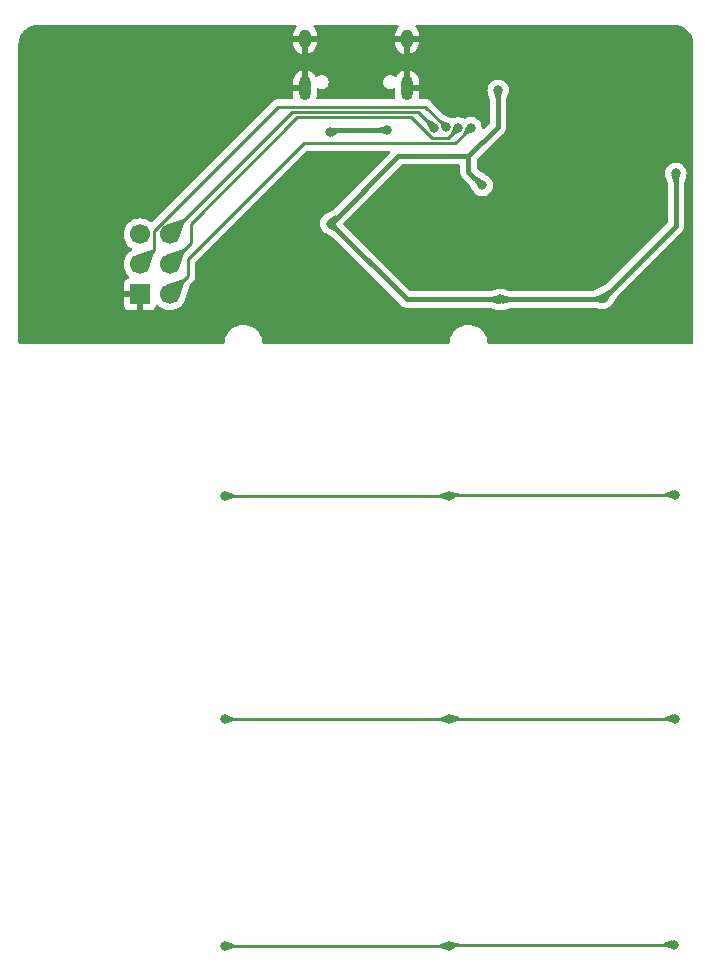
<source format=gtl>
G04 #@! TF.GenerationSoftware,KiCad,Pcbnew,(7.0.0)*
G04 #@! TF.CreationDate,2023-03-11T22:05:33-05:00*
G04 #@! TF.ProjectId,MacroPad,4d616372-6f50-4616-942e-6b696361645f,rev?*
G04 #@! TF.SameCoordinates,Original*
G04 #@! TF.FileFunction,Copper,L1,Top*
G04 #@! TF.FilePolarity,Positive*
%FSLAX46Y46*%
G04 Gerber Fmt 4.6, Leading zero omitted, Abs format (unit mm)*
G04 Created by KiCad (PCBNEW (7.0.0)) date 2023-03-11 22:05:33*
%MOMM*%
%LPD*%
G01*
G04 APERTURE LIST*
G04 #@! TA.AperFunction,ComponentPad*
%ADD10C,1.700000*%
G04 #@! TD*
G04 #@! TA.AperFunction,ComponentPad*
%ADD11R,1.700000X1.700000*%
G04 #@! TD*
G04 #@! TA.AperFunction,ComponentPad*
%ADD12O,1.000000X1.600000*%
G04 #@! TD*
G04 #@! TA.AperFunction,ComponentPad*
%ADD13O,1.000000X2.100000*%
G04 #@! TD*
G04 #@! TA.AperFunction,ViaPad*
%ADD14C,0.800000*%
G04 #@! TD*
G04 #@! TA.AperFunction,Conductor*
%ADD15C,0.381000*%
G04 #@! TD*
G04 #@! TA.AperFunction,Conductor*
%ADD16C,0.254000*%
G04 #@! TD*
G04 APERTURE END LIST*
D10*
X148539200Y-55829200D03*
X145999200Y-55829200D03*
X148539200Y-58369200D03*
X145999200Y-58369200D03*
X148539200Y-60909200D03*
D11*
X145999199Y-60909199D03*
D12*
X159986249Y-39289999D03*
D13*
X159986249Y-43469999D03*
D12*
X168626249Y-39289999D03*
D13*
X168626249Y-43469999D03*
D14*
X174498000Y-62738000D03*
X187960000Y-47117000D03*
X155956000Y-44069000D03*
X147320000Y-48006000D03*
X157226000Y-53086000D03*
X167894000Y-51435000D03*
X166751000Y-53594000D03*
X172720000Y-53721000D03*
X174498000Y-53975000D03*
X173228000Y-56515000D03*
X169037000Y-59182000D03*
X166878000Y-57023000D03*
X162433000Y-58674000D03*
X166624000Y-63881000D03*
X176149000Y-64008000D03*
X189865000Y-63754000D03*
X191897000Y-62103000D03*
X192024000Y-57023000D03*
X190119000Y-52832000D03*
X189865000Y-44958000D03*
X191389000Y-42164000D03*
X189357000Y-39243000D03*
X180721000Y-39243000D03*
X176022000Y-39243000D03*
X171323000Y-42799000D03*
X171450000Y-39243000D03*
X165862000Y-41148000D03*
X162814000Y-39497000D03*
X157099000Y-41402000D03*
X152908000Y-45085000D03*
X152527000Y-39751000D03*
X148590000Y-43434000D03*
X147701000Y-40132000D03*
X140335000Y-40640000D03*
X143383000Y-44196000D03*
X139192000Y-45339000D03*
X141859000Y-48895000D03*
X138303000Y-51562000D03*
X141605000Y-54356000D03*
X138049000Y-58420000D03*
X143129000Y-62103000D03*
X137668000Y-63373000D03*
X146939000Y-63881000D03*
X157353000Y-56769000D03*
X153416000Y-59309000D03*
X157861000Y-60325000D03*
X157861000Y-63119000D03*
X153289000Y-63246000D03*
X184023000Y-49657000D03*
X179959000Y-49911000D03*
X185801000Y-51435000D03*
X183896000Y-51435000D03*
X181864000Y-51435000D03*
X179959000Y-51562000D03*
X179959000Y-53721000D03*
X181737000Y-53721000D03*
X183896000Y-53721000D03*
X185674000Y-53721000D03*
X185674000Y-55372000D03*
X183896000Y-55372000D03*
X181864000Y-55372000D03*
X179959000Y-55372000D03*
X161544000Y-62357000D03*
X163957000Y-60198000D03*
X169418000Y-63627000D03*
X175006000Y-51689000D03*
X191389000Y-50673000D03*
X185293000Y-61214000D03*
X176530000Y-61341000D03*
X176345225Y-43619296D03*
X162178825Y-54916397D03*
X174040800Y-46786800D03*
X172961398Y-46799402D03*
X171952286Y-46781086D03*
X170953474Y-46818219D03*
X162102800Y-47193200D03*
X166928800Y-46990000D03*
X191312800Y-77876400D03*
X172212000Y-77978000D03*
X153212800Y-77978000D03*
X191312800Y-96824800D03*
X153212800Y-96875600D03*
X172212000Y-96875600D03*
X191211200Y-115976400D03*
X172212000Y-116078000D03*
X153212800Y-116078000D03*
D15*
X170307000Y-62738000D02*
X174498000Y-62738000D01*
X169418000Y-63627000D02*
X170307000Y-62738000D01*
D16*
X163703000Y-60198000D02*
X161544000Y-62357000D01*
X163957000Y-60198000D02*
X163703000Y-60198000D01*
X172720000Y-48107600D02*
X174040800Y-46786800D01*
D15*
X173831250Y-50514250D02*
X173831250Y-49212500D01*
X175006000Y-51689000D02*
X173831250Y-50514250D01*
X191389000Y-55118000D02*
X191389000Y-50673000D01*
X185293000Y-61214000D02*
X191389000Y-55118000D01*
X185166000Y-61341000D02*
X185293000Y-61214000D01*
X176530000Y-61341000D02*
X185166000Y-61341000D01*
X168603428Y-61341000D02*
X162178825Y-54916397D01*
X176530000Y-61341000D02*
X168603428Y-61341000D01*
X176345225Y-46698525D02*
X176345225Y-43619296D01*
X173831250Y-49212500D02*
X176212500Y-46831250D01*
X167882722Y-49212500D02*
X172243750Y-49212500D01*
X172243750Y-49212500D02*
X173831250Y-49212500D01*
X162178825Y-54916397D02*
X167882722Y-49212500D01*
X176212500Y-46831250D02*
X176345225Y-46698525D01*
D16*
X159315200Y-45916800D02*
X150317200Y-54914800D01*
X150317200Y-54914800D02*
X150317200Y-56591200D01*
X172110400Y-47650400D02*
X170738800Y-47650400D01*
X170738800Y-47650400D02*
X169005200Y-45916800D01*
X169005200Y-45916800D02*
X159315200Y-45916800D01*
X172961398Y-46799402D02*
X172110400Y-47650400D01*
X150317200Y-56591200D02*
X148539200Y-58369200D01*
X150063200Y-59385200D02*
X148539200Y-60909200D01*
X159867600Y-48107600D02*
X150063200Y-57912000D01*
X150063200Y-57912000D02*
X150063200Y-59385200D01*
X172720000Y-48107600D02*
X159867600Y-48107600D01*
X169598055Y-45462800D02*
X170953474Y-46818219D01*
X158905600Y-45462800D02*
X169598055Y-45462800D01*
X148539200Y-55829200D02*
X158905600Y-45462800D01*
X147176200Y-57192200D02*
X145999200Y-58369200D01*
X147176200Y-55527670D02*
X147176200Y-57192200D01*
X170180000Y-45008800D02*
X157695070Y-45008800D01*
X171952286Y-46781086D02*
X170180000Y-45008800D01*
X157695070Y-45008800D02*
X147176200Y-55527670D01*
D15*
X162306000Y-46990000D02*
X162102800Y-47193200D01*
X166928800Y-46990000D02*
X162306000Y-46990000D01*
D16*
X191312800Y-77876400D02*
X172313600Y-77876400D01*
X172313600Y-77876400D02*
X172212000Y-77978000D01*
X153212800Y-77978000D02*
X172212000Y-77978000D01*
X191312800Y-96824800D02*
X172262800Y-96824800D01*
X172262800Y-96824800D02*
X172212000Y-96875600D01*
X153212800Y-96875600D02*
X172212000Y-96875600D01*
X172313600Y-115976400D02*
X172212000Y-116078000D01*
X191211200Y-115976400D02*
X172313600Y-115976400D01*
X153212800Y-116078000D02*
X172212000Y-116078000D01*
G04 #@! TA.AperFunction,Conductor*
G36*
X159216981Y-38114302D02*
G01*
X159261178Y-38152635D01*
X159282881Y-38206965D01*
X159277258Y-38265199D01*
X159245560Y-38314373D01*
X159228136Y-38330935D01*
X159219987Y-38340427D01*
X159110984Y-38497036D01*
X159104915Y-38507970D01*
X159029668Y-38683318D01*
X159025925Y-38695247D01*
X158987515Y-38882152D01*
X158986250Y-38894598D01*
X158986250Y-39023674D01*
X158989700Y-39036549D01*
X159002576Y-39040000D01*
X160969924Y-39040000D01*
X160982799Y-39036549D01*
X160986250Y-39023674D01*
X160986250Y-38942430D01*
X160985932Y-38936164D01*
X160971466Y-38793915D01*
X160968948Y-38781664D01*
X160911830Y-38599614D01*
X160906894Y-38588110D01*
X160814295Y-38421279D01*
X160807152Y-38411017D01*
X160716372Y-38305270D01*
X160687660Y-38241722D01*
X160697783Y-38172729D01*
X160743539Y-38120107D01*
X160810458Y-38100500D01*
X167800127Y-38100500D01*
X167856981Y-38114302D01*
X167901178Y-38152635D01*
X167922881Y-38206965D01*
X167917258Y-38265199D01*
X167885560Y-38314373D01*
X167868136Y-38330935D01*
X167859987Y-38340427D01*
X167750984Y-38497036D01*
X167744915Y-38507970D01*
X167669668Y-38683318D01*
X167665925Y-38695247D01*
X167627515Y-38882152D01*
X167626250Y-38894598D01*
X167626250Y-39023674D01*
X167629700Y-39036549D01*
X167642576Y-39040000D01*
X169609924Y-39040000D01*
X169622799Y-39036549D01*
X169626250Y-39023674D01*
X169626250Y-38942430D01*
X169625932Y-38936164D01*
X169611466Y-38793915D01*
X169608948Y-38781664D01*
X169551830Y-38599614D01*
X169546894Y-38588110D01*
X169454295Y-38421279D01*
X169447152Y-38411017D01*
X169356372Y-38305270D01*
X169327660Y-38241722D01*
X169337783Y-38172729D01*
X169383539Y-38120107D01*
X169450458Y-38100500D01*
X191289318Y-38100500D01*
X191298165Y-38100815D01*
X191363455Y-38105487D01*
X191363903Y-38105521D01*
X191519244Y-38117747D01*
X191535842Y-38120193D01*
X191630110Y-38140703D01*
X191632477Y-38141245D01*
X191752090Y-38169961D01*
X191766456Y-38174347D01*
X191862644Y-38210226D01*
X191866688Y-38211818D01*
X191974471Y-38256463D01*
X191986410Y-38262175D01*
X192078679Y-38312560D01*
X192083974Y-38315625D01*
X192161858Y-38363353D01*
X192181384Y-38375319D01*
X192190905Y-38381780D01*
X192275909Y-38445415D01*
X192282128Y-38450391D01*
X192368216Y-38523917D01*
X192375359Y-38530518D01*
X192450769Y-38605931D01*
X192457332Y-38613032D01*
X192530768Y-38699014D01*
X192535746Y-38705237D01*
X192599542Y-38790462D01*
X192606000Y-38799979D01*
X192646464Y-38866009D01*
X192663983Y-38894598D01*
X192665406Y-38896919D01*
X192668501Y-38902265D01*
X192719150Y-38995024D01*
X192724872Y-39006985D01*
X192769108Y-39113781D01*
X192770729Y-39117901D01*
X192806960Y-39215043D01*
X192811352Y-39229428D01*
X192839566Y-39346948D01*
X192840158Y-39349538D01*
X192861075Y-39445695D01*
X192863527Y-39462322D01*
X192875190Y-39610504D01*
X192875256Y-39611387D01*
X192880434Y-39683781D01*
X192880750Y-39692628D01*
X192880750Y-64963500D01*
X192864137Y-65025500D01*
X192818750Y-65070887D01*
X192756750Y-65087500D01*
X175555336Y-65087500D01*
X175496168Y-65072473D01*
X175451341Y-65031035D01*
X175431718Y-64973229D01*
X175429238Y-64941731D01*
X175420896Y-64835725D01*
X175361938Y-64590149D01*
X175265290Y-64356820D01*
X175133331Y-64141483D01*
X174969311Y-63949439D01*
X174777267Y-63785419D01*
X174773115Y-63782874D01*
X174773110Y-63782871D01*
X174566088Y-63656008D01*
X174566087Y-63656007D01*
X174561930Y-63653460D01*
X174328601Y-63556812D01*
X174323872Y-63555676D01*
X174323864Y-63555674D01*
X174087758Y-63498990D01*
X174087754Y-63498989D01*
X174083025Y-63497854D01*
X174078174Y-63497472D01*
X174078173Y-63497472D01*
X173896720Y-63483191D01*
X173896705Y-63483190D01*
X173894286Y-63483000D01*
X173768214Y-63483000D01*
X173765795Y-63483190D01*
X173765779Y-63483191D01*
X173584326Y-63497472D01*
X173584323Y-63497472D01*
X173579475Y-63497854D01*
X173574747Y-63498988D01*
X173574741Y-63498990D01*
X173338635Y-63555674D01*
X173338623Y-63555677D01*
X173333899Y-63556812D01*
X173329402Y-63558674D01*
X173329398Y-63558676D01*
X173105074Y-63651594D01*
X173105069Y-63651596D01*
X173100570Y-63653460D01*
X173096417Y-63656004D01*
X173096411Y-63656008D01*
X172889389Y-63782871D01*
X172889378Y-63782878D01*
X172885233Y-63785419D01*
X172881536Y-63788576D01*
X172881527Y-63788583D01*
X172696889Y-63946278D01*
X172696882Y-63946284D01*
X172693189Y-63949439D01*
X172690034Y-63953132D01*
X172690028Y-63953139D01*
X172532333Y-64137777D01*
X172532326Y-64137786D01*
X172529169Y-64141483D01*
X172526628Y-64145628D01*
X172526621Y-64145639D01*
X172399758Y-64352661D01*
X172399754Y-64352667D01*
X172397210Y-64356820D01*
X172300562Y-64590149D01*
X172299427Y-64594873D01*
X172299424Y-64594885D01*
X172242740Y-64830991D01*
X172242738Y-64830997D01*
X172241604Y-64835725D01*
X172241222Y-64840575D01*
X172241222Y-64840577D01*
X172230782Y-64973229D01*
X172211159Y-65031035D01*
X172166332Y-65072473D01*
X172107164Y-65087500D01*
X156505336Y-65087500D01*
X156446168Y-65072473D01*
X156401341Y-65031035D01*
X156381718Y-64973229D01*
X156379238Y-64941731D01*
X156370896Y-64835725D01*
X156311938Y-64590149D01*
X156215290Y-64356820D01*
X156083331Y-64141483D01*
X155919311Y-63949439D01*
X155727267Y-63785419D01*
X155723115Y-63782874D01*
X155723110Y-63782871D01*
X155516088Y-63656008D01*
X155516087Y-63656007D01*
X155511930Y-63653460D01*
X155278601Y-63556812D01*
X155273872Y-63555676D01*
X155273864Y-63555674D01*
X155037758Y-63498990D01*
X155037754Y-63498989D01*
X155033025Y-63497854D01*
X155028174Y-63497472D01*
X155028173Y-63497472D01*
X154846720Y-63483191D01*
X154846705Y-63483190D01*
X154844286Y-63483000D01*
X154718214Y-63483000D01*
X154715795Y-63483190D01*
X154715779Y-63483191D01*
X154534326Y-63497472D01*
X154534323Y-63497472D01*
X154529475Y-63497854D01*
X154524747Y-63498988D01*
X154524741Y-63498990D01*
X154288635Y-63555674D01*
X154288623Y-63555677D01*
X154283899Y-63556812D01*
X154279402Y-63558674D01*
X154279398Y-63558676D01*
X154055074Y-63651594D01*
X154055069Y-63651596D01*
X154050570Y-63653460D01*
X154046417Y-63656004D01*
X154046411Y-63656008D01*
X153839389Y-63782871D01*
X153839378Y-63782878D01*
X153835233Y-63785419D01*
X153831536Y-63788576D01*
X153831527Y-63788583D01*
X153646889Y-63946278D01*
X153646882Y-63946284D01*
X153643189Y-63949439D01*
X153640034Y-63953132D01*
X153640028Y-63953139D01*
X153482333Y-64137777D01*
X153482326Y-64137786D01*
X153479169Y-64141483D01*
X153476628Y-64145628D01*
X153476621Y-64145639D01*
X153349758Y-64352661D01*
X153349754Y-64352667D01*
X153347210Y-64356820D01*
X153250562Y-64590149D01*
X153249427Y-64594873D01*
X153249424Y-64594885D01*
X153192740Y-64830991D01*
X153192738Y-64830997D01*
X153191604Y-64835725D01*
X153191222Y-64840575D01*
X153191222Y-64840577D01*
X153180782Y-64973229D01*
X153161159Y-65031035D01*
X153116332Y-65072473D01*
X153057164Y-65087500D01*
X135855750Y-65087500D01*
X135793750Y-65070887D01*
X135748363Y-65025500D01*
X135731750Y-64963500D01*
X135731750Y-61803718D01*
X144649200Y-61803718D01*
X144649553Y-61810314D01*
X144654773Y-61858867D01*
X144658311Y-61873841D01*
X144702747Y-61992977D01*
X144711162Y-62008389D01*
X144786698Y-62109292D01*
X144799107Y-62121701D01*
X144900010Y-62197237D01*
X144915422Y-62205652D01*
X145034558Y-62250088D01*
X145049532Y-62253626D01*
X145098085Y-62258846D01*
X145104682Y-62259200D01*
X145732874Y-62259200D01*
X145745749Y-62255749D01*
X145749200Y-62242874D01*
X145749200Y-61175526D01*
X145745749Y-61162650D01*
X145732874Y-61159200D01*
X144665526Y-61159200D01*
X144652650Y-61162650D01*
X144649200Y-61175526D01*
X144649200Y-61803718D01*
X135731750Y-61803718D01*
X135731750Y-58369200D01*
X144643541Y-58369200D01*
X144664137Y-58604608D01*
X144665536Y-58609830D01*
X144665537Y-58609834D01*
X144723894Y-58827630D01*
X144723897Y-58827638D01*
X144725297Y-58832863D01*
X144727585Y-58837770D01*
X144727586Y-58837772D01*
X144822878Y-59042127D01*
X144822881Y-59042133D01*
X144825165Y-59047030D01*
X144828264Y-59051457D01*
X144828266Y-59051459D01*
X144957599Y-59236166D01*
X144957602Y-59236170D01*
X144960705Y-59240601D01*
X144964536Y-59244432D01*
X145083018Y-59362914D01*
X145114314Y-59415660D01*
X145116503Y-59476953D01*
X145089050Y-59531797D01*
X145038671Y-59566776D01*
X144915426Y-59612744D01*
X144900010Y-59621162D01*
X144799107Y-59696698D01*
X144786698Y-59709107D01*
X144711162Y-59810010D01*
X144702747Y-59825422D01*
X144658311Y-59944558D01*
X144654773Y-59959532D01*
X144649553Y-60008085D01*
X144649200Y-60014682D01*
X144649200Y-60642874D01*
X144652650Y-60655749D01*
X144665526Y-60659200D01*
X146125200Y-60659200D01*
X146187200Y-60675813D01*
X146232587Y-60721200D01*
X146249200Y-60783200D01*
X146249200Y-62242874D01*
X146252650Y-62255749D01*
X146265526Y-62259200D01*
X146893718Y-62259200D01*
X146900314Y-62258846D01*
X146948867Y-62253626D01*
X146963841Y-62250088D01*
X147082977Y-62205652D01*
X147098389Y-62197237D01*
X147199292Y-62121701D01*
X147211701Y-62109292D01*
X147287237Y-62008389D01*
X147295652Y-61992977D01*
X147341622Y-61869729D01*
X147376601Y-61819349D01*
X147431446Y-61791896D01*
X147492739Y-61794085D01*
X147545485Y-61825381D01*
X147667799Y-61947695D01*
X147672231Y-61950798D01*
X147672233Y-61950800D01*
X147767849Y-62017751D01*
X147861370Y-62083235D01*
X148075537Y-62183103D01*
X148303792Y-62244263D01*
X148539200Y-62264859D01*
X148774608Y-62244263D01*
X149002863Y-62183103D01*
X149217030Y-62083235D01*
X149410601Y-61947695D01*
X149577695Y-61780601D01*
X149713235Y-61587030D01*
X149797278Y-61406797D01*
X149799314Y-61402637D01*
X149805361Y-61390855D01*
X149806764Y-61386873D01*
X149808382Y-61383115D01*
X149809905Y-61379720D01*
X149813103Y-61372863D01*
X149816314Y-61360873D01*
X149819131Y-61351774D01*
X150264184Y-60088828D01*
X150293451Y-60042366D01*
X150451734Y-59884083D01*
X150459948Y-59876609D01*
X150466362Y-59872540D01*
X150512585Y-59823316D01*
X150515201Y-59820616D01*
X150534823Y-59800996D01*
X150537286Y-59797819D01*
X150544884Y-59788920D01*
X150574893Y-59756967D01*
X150584592Y-59739322D01*
X150595271Y-59723064D01*
X150607608Y-59707162D01*
X150625017Y-59666928D01*
X150630147Y-59656457D01*
X150651272Y-59618034D01*
X150656281Y-59598522D01*
X150662577Y-59580135D01*
X150670573Y-59561659D01*
X150677429Y-59518364D01*
X150679796Y-59506937D01*
X150690700Y-59464472D01*
X150690700Y-59444335D01*
X150692227Y-59424938D01*
X150693696Y-59415660D01*
X150695374Y-59405067D01*
X150691250Y-59361439D01*
X150690700Y-59349770D01*
X150690700Y-58223281D01*
X150700139Y-58175828D01*
X150727019Y-58135600D01*
X160091200Y-48771419D01*
X160131428Y-48744539D01*
X160178881Y-48735100D01*
X167083537Y-48735100D01*
X167139832Y-48748615D01*
X167183855Y-48786215D01*
X167206010Y-48839702D01*
X167201468Y-48897418D01*
X167171218Y-48946781D01*
X162329139Y-53788859D01*
X162302574Y-53809071D01*
X161788025Y-54100538D01*
X161788013Y-54100545D01*
X161785583Y-54101922D01*
X161783291Y-54103509D01*
X161783274Y-54103520D01*
X161779612Y-54106057D01*
X161759462Y-54117388D01*
X161732037Y-54129599D01*
X161732027Y-54129604D01*
X161726095Y-54132246D01*
X161720837Y-54136065D01*
X161720832Y-54136069D01*
X161578213Y-54239687D01*
X161578206Y-54239692D01*
X161572954Y-54243509D01*
X161568609Y-54248334D01*
X161568604Y-54248339D01*
X161450638Y-54379353D01*
X161450633Y-54379359D01*
X161446292Y-54384181D01*
X161443047Y-54389801D01*
X161443043Y-54389807D01*
X161354894Y-54542486D01*
X161354891Y-54542491D01*
X161351646Y-54548113D01*
X161349640Y-54554285D01*
X161349638Y-54554291D01*
X161295158Y-54721961D01*
X161295156Y-54721970D01*
X161293151Y-54728141D01*
X161292473Y-54734591D01*
X161292471Y-54734601D01*
X161284275Y-54812591D01*
X161273365Y-54916397D01*
X161274044Y-54922857D01*
X161292471Y-55098192D01*
X161292472Y-55098200D01*
X161293151Y-55104653D01*
X161295156Y-55110825D01*
X161295158Y-55110832D01*
X161349194Y-55277136D01*
X161351646Y-55284681D01*
X161354893Y-55290305D01*
X161354894Y-55290307D01*
X161438126Y-55434470D01*
X161446292Y-55448613D01*
X161450636Y-55453438D01*
X161450638Y-55453440D01*
X161472847Y-55478105D01*
X161572954Y-55589285D01*
X161726095Y-55700548D01*
X161759469Y-55715407D01*
X161779634Y-55726749D01*
X161785586Y-55730872D01*
X162161904Y-55944037D01*
X162302569Y-56023716D01*
X162329134Y-56043928D01*
X168097400Y-61812193D01*
X168102534Y-61817647D01*
X168141845Y-61862020D01*
X168148017Y-61866280D01*
X168148018Y-61866281D01*
X168158971Y-61873841D01*
X168190647Y-61895705D01*
X168196666Y-61900134D01*
X168243323Y-61936688D01*
X168252278Y-61940718D01*
X168252291Y-61940724D01*
X168271837Y-61951747D01*
X168279946Y-61957344D01*
X168335366Y-61978362D01*
X168342282Y-61981227D01*
X168368390Y-61992977D01*
X168396344Y-62005558D01*
X168406022Y-62007331D01*
X168427654Y-62013361D01*
X168436846Y-62016848D01*
X168495702Y-62023994D01*
X168503064Y-62025114D01*
X168561400Y-62035805D01*
X168620566Y-62032226D01*
X168628054Y-62032000D01*
X175626432Y-62032000D01*
X175659507Y-62036492D01*
X176228441Y-62193958D01*
X176240327Y-62198223D01*
X176244261Y-62199501D01*
X176250197Y-62202144D01*
X176435354Y-62241500D01*
X176618143Y-62241500D01*
X176624646Y-62241500D01*
X176809803Y-62202144D01*
X176815744Y-62199498D01*
X176819673Y-62198222D01*
X176831558Y-62193958D01*
X177400492Y-62036492D01*
X177433568Y-62032000D01*
X184446561Y-62032000D01*
X184470906Y-62034412D01*
X184475197Y-62035272D01*
X185171045Y-62109370D01*
X185183672Y-62111379D01*
X185198354Y-62114500D01*
X185212629Y-62114500D01*
X185217938Y-62114781D01*
X185217943Y-62114668D01*
X185222265Y-62114824D01*
X185226567Y-62115283D01*
X185247932Y-62114568D01*
X185252074Y-62114500D01*
X185381143Y-62114500D01*
X185387646Y-62114500D01*
X185572803Y-62075144D01*
X185745730Y-61998151D01*
X185898871Y-61886888D01*
X186025533Y-61746216D01*
X186094691Y-61626430D01*
X186100140Y-61617829D01*
X186105879Y-61609542D01*
X186107476Y-61607237D01*
X186400319Y-61090254D01*
X186420526Y-61063694D01*
X191860208Y-55624011D01*
X191865628Y-55618909D01*
X191910020Y-55579583D01*
X191943714Y-55530765D01*
X191948125Y-55524772D01*
X191984688Y-55478105D01*
X191988723Y-55469137D01*
X191999752Y-55449582D01*
X192005344Y-55441482D01*
X192026374Y-55386028D01*
X192029218Y-55379161D01*
X192053557Y-55325085D01*
X192055330Y-55315408D01*
X192061357Y-55293785D01*
X192064848Y-55284582D01*
X192071993Y-55225730D01*
X192073119Y-55218335D01*
X192080396Y-55178628D01*
X192083805Y-55160028D01*
X192080226Y-55100861D01*
X192080000Y-55093374D01*
X192080000Y-51576568D01*
X192084493Y-51543492D01*
X192085823Y-51538686D01*
X192242982Y-50970859D01*
X192246456Y-50951726D01*
X192250530Y-50935561D01*
X192254299Y-50923961D01*
X192274674Y-50861256D01*
X192294460Y-50673000D01*
X192274674Y-50484744D01*
X192216179Y-50304716D01*
X192121533Y-50140784D01*
X191994871Y-50000112D01*
X191989613Y-49996292D01*
X191989611Y-49996290D01*
X191846988Y-49892669D01*
X191846987Y-49892668D01*
X191841730Y-49888849D01*
X191835792Y-49886205D01*
X191674745Y-49814501D01*
X191674740Y-49814499D01*
X191668803Y-49811856D01*
X191662444Y-49810504D01*
X191662440Y-49810503D01*
X191490008Y-49773852D01*
X191490005Y-49773851D01*
X191483646Y-49772500D01*
X191294354Y-49772500D01*
X191287995Y-49773851D01*
X191287991Y-49773852D01*
X191115559Y-49810503D01*
X191115552Y-49810505D01*
X191109197Y-49811856D01*
X191103262Y-49814498D01*
X191103254Y-49814501D01*
X190942207Y-49886205D01*
X190942202Y-49886207D01*
X190936270Y-49888849D01*
X190931016Y-49892665D01*
X190931011Y-49892669D01*
X190788388Y-49996290D01*
X190788381Y-49996295D01*
X190783129Y-50000112D01*
X190778784Y-50004937D01*
X190778779Y-50004942D01*
X190660813Y-50135956D01*
X190660808Y-50135962D01*
X190656467Y-50140784D01*
X190653222Y-50146404D01*
X190653218Y-50146410D01*
X190565069Y-50299089D01*
X190565066Y-50299094D01*
X190561821Y-50304716D01*
X190559815Y-50310888D01*
X190559813Y-50310894D01*
X190505333Y-50478564D01*
X190505331Y-50478573D01*
X190503326Y-50484744D01*
X190502648Y-50491194D01*
X190502646Y-50491204D01*
X190489292Y-50618269D01*
X190483540Y-50673000D01*
X190484219Y-50679460D01*
X190502646Y-50854792D01*
X190502647Y-50854797D01*
X190503326Y-50861256D01*
X190505335Y-50867439D01*
X190527465Y-50935551D01*
X190531537Y-50951706D01*
X190534513Y-50968089D01*
X190534516Y-50968103D01*
X190535017Y-50970860D01*
X190535764Y-50973560D01*
X190535765Y-50973563D01*
X190693507Y-51543494D01*
X190698000Y-51576570D01*
X190698000Y-54780417D01*
X190688561Y-54827870D01*
X190661681Y-54868098D01*
X185443314Y-60086462D01*
X185416749Y-60106674D01*
X184906640Y-60395625D01*
X184900293Y-60398981D01*
X184416318Y-60637249D01*
X184361549Y-60650000D01*
X177433570Y-60650000D01*
X177400494Y-60645507D01*
X177180365Y-60584581D01*
X176831557Y-60488040D01*
X176819675Y-60483777D01*
X176815737Y-60482497D01*
X176809803Y-60479856D01*
X176772077Y-60471837D01*
X176631008Y-60441852D01*
X176631005Y-60441851D01*
X176624646Y-60440500D01*
X176435354Y-60440500D01*
X176428995Y-60441851D01*
X176428991Y-60441852D01*
X176256557Y-60478504D01*
X176256555Y-60478504D01*
X176250197Y-60479856D01*
X176244260Y-60482499D01*
X176240345Y-60483771D01*
X176228443Y-60488039D01*
X175774495Y-60613681D01*
X175659505Y-60645507D01*
X175626430Y-60650000D01*
X168941011Y-60650000D01*
X168893558Y-60640561D01*
X168853330Y-60613681D01*
X163306356Y-55066706D01*
X163286144Y-55040141D01*
X163250668Y-54977512D01*
X163234561Y-54916396D01*
X163250668Y-54855281D01*
X163286143Y-54792653D01*
X163306351Y-54766091D01*
X168132624Y-49939819D01*
X168172853Y-49912939D01*
X168220306Y-49903500D01*
X172201954Y-49903500D01*
X172285546Y-49903500D01*
X173016250Y-49903500D01*
X173078250Y-49920113D01*
X173123637Y-49965500D01*
X173140250Y-50027500D01*
X173140250Y-50489624D01*
X173140024Y-50497111D01*
X173136897Y-50548790D01*
X173136897Y-50548797D01*
X173136445Y-50556278D01*
X173137796Y-50563654D01*
X173137797Y-50563658D01*
X173147129Y-50614583D01*
X173148256Y-50621985D01*
X173154497Y-50673386D01*
X173154498Y-50673392D01*
X173155402Y-50680832D01*
X173158062Y-50687847D01*
X173158063Y-50687850D01*
X173158895Y-50690045D01*
X173164915Y-50711639D01*
X173165339Y-50713953D01*
X173165341Y-50713960D01*
X173166693Y-50721335D01*
X173169769Y-50728169D01*
X173169770Y-50728173D01*
X173191022Y-50775393D01*
X173193874Y-50782277D01*
X173214906Y-50837732D01*
X173219163Y-50843899D01*
X173219166Y-50843905D01*
X173220500Y-50845837D01*
X173231521Y-50865377D01*
X173235562Y-50874355D01*
X173240184Y-50880255D01*
X173240185Y-50880256D01*
X173272113Y-50921009D01*
X173276552Y-50927042D01*
X173305966Y-50969657D01*
X173305970Y-50969662D01*
X173310230Y-50975833D01*
X173315842Y-50980804D01*
X173315844Y-50980807D01*
X173354601Y-51015142D01*
X173360055Y-51020277D01*
X173878464Y-51538686D01*
X173898676Y-51565251D01*
X174071751Y-51870795D01*
X174191524Y-52082239D01*
X174193115Y-52084536D01*
X174198867Y-52092841D01*
X174204315Y-52101442D01*
X174270218Y-52215589D01*
X174273467Y-52221216D01*
X174400129Y-52361888D01*
X174553270Y-52473151D01*
X174726197Y-52550144D01*
X174911354Y-52589500D01*
X175094143Y-52589500D01*
X175100646Y-52589500D01*
X175285803Y-52550144D01*
X175458730Y-52473151D01*
X175611871Y-52361888D01*
X175738533Y-52221216D01*
X175833179Y-52057284D01*
X175891674Y-51877256D01*
X175911460Y-51689000D01*
X175891674Y-51500744D01*
X175833179Y-51320716D01*
X175738533Y-51156784D01*
X175611871Y-51016112D01*
X175606613Y-51012292D01*
X175606611Y-51012290D01*
X175463988Y-50908669D01*
X175463987Y-50908668D01*
X175458730Y-50904849D01*
X175452796Y-50902206D01*
X175452791Y-50902204D01*
X175425364Y-50889992D01*
X175405208Y-50878657D01*
X175401546Y-50876121D01*
X175401533Y-50876112D01*
X175399239Y-50874524D01*
X175032068Y-50666540D01*
X174882251Y-50581676D01*
X174855686Y-50561464D01*
X174558569Y-50264347D01*
X174531689Y-50224119D01*
X174522250Y-50176666D01*
X174522250Y-49550084D01*
X174531689Y-49502631D01*
X174558569Y-49462403D01*
X175604074Y-48416898D01*
X176730665Y-47290307D01*
X176730664Y-47290307D01*
X176816442Y-47204528D01*
X176821862Y-47199426D01*
X176866245Y-47160108D01*
X176899929Y-47111307D01*
X176904356Y-47105292D01*
X176936285Y-47064538D01*
X176936284Y-47064538D01*
X176940913Y-47058631D01*
X176944951Y-47049657D01*
X176955983Y-47030098D01*
X176961569Y-47022007D01*
X176982602Y-46966545D01*
X176985454Y-46959663D01*
X177009782Y-46905610D01*
X177011555Y-46895933D01*
X177017582Y-46874310D01*
X177021073Y-46865107D01*
X177028218Y-46806257D01*
X177029344Y-46798864D01*
X177038677Y-46747937D01*
X177038677Y-46747936D01*
X177040030Y-46740554D01*
X177036451Y-46681387D01*
X177036225Y-46673900D01*
X177036225Y-44522864D01*
X177040718Y-44489788D01*
X177050472Y-44454547D01*
X177199207Y-43917155D01*
X177202681Y-43898022D01*
X177206755Y-43881857D01*
X177206758Y-43881847D01*
X177230899Y-43807552D01*
X177250685Y-43619296D01*
X177232818Y-43449301D01*
X177231578Y-43437500D01*
X177231577Y-43437499D01*
X177230899Y-43431040D01*
X177172404Y-43251012D01*
X177077758Y-43087080D01*
X176951096Y-42946408D01*
X176945838Y-42942588D01*
X176945836Y-42942586D01*
X176803213Y-42838965D01*
X176803212Y-42838964D01*
X176797955Y-42835145D01*
X176792017Y-42832501D01*
X176630970Y-42760797D01*
X176630965Y-42760795D01*
X176625028Y-42758152D01*
X176618669Y-42756800D01*
X176618665Y-42756799D01*
X176446233Y-42720148D01*
X176446230Y-42720147D01*
X176439871Y-42718796D01*
X176250579Y-42718796D01*
X176244220Y-42720147D01*
X176244216Y-42720148D01*
X176071784Y-42756799D01*
X176071777Y-42756801D01*
X176065422Y-42758152D01*
X176059487Y-42760794D01*
X176059479Y-42760797D01*
X175898432Y-42832501D01*
X175898427Y-42832503D01*
X175892495Y-42835145D01*
X175887241Y-42838961D01*
X175887236Y-42838965D01*
X175744613Y-42942586D01*
X175744606Y-42942591D01*
X175739354Y-42946408D01*
X175735009Y-42951233D01*
X175735004Y-42951238D01*
X175617038Y-43082252D01*
X175617033Y-43082258D01*
X175612692Y-43087080D01*
X175609447Y-43092700D01*
X175609443Y-43092706D01*
X175521294Y-43245385D01*
X175521291Y-43245390D01*
X175518046Y-43251012D01*
X175516040Y-43257184D01*
X175516038Y-43257190D01*
X175461558Y-43424860D01*
X175461556Y-43424869D01*
X175459551Y-43431040D01*
X175458873Y-43437490D01*
X175458871Y-43437500D01*
X175444451Y-43574713D01*
X175439765Y-43619296D01*
X175440444Y-43625756D01*
X175458871Y-43801088D01*
X175458872Y-43801093D01*
X175459551Y-43807552D01*
X175461560Y-43813735D01*
X175483690Y-43881847D01*
X175487762Y-43898002D01*
X175490738Y-43914385D01*
X175490741Y-43914399D01*
X175491242Y-43917156D01*
X175491989Y-43919856D01*
X175491990Y-43919859D01*
X175649732Y-44489790D01*
X175654225Y-44522866D01*
X175654225Y-46360941D01*
X175644786Y-46408394D01*
X175617906Y-46448622D01*
X175154698Y-46911828D01*
X175102856Y-46942855D01*
X175042506Y-46945700D01*
X174987974Y-46919689D01*
X174952208Y-46870996D01*
X174943697Y-46811183D01*
X174946260Y-46786800D01*
X174926474Y-46598544D01*
X174867979Y-46418516D01*
X174773333Y-46254584D01*
X174646671Y-46113912D01*
X174641413Y-46110092D01*
X174641411Y-46110090D01*
X174498788Y-46006469D01*
X174498787Y-46006468D01*
X174493530Y-46002649D01*
X174487592Y-46000005D01*
X174326545Y-45928301D01*
X174326540Y-45928299D01*
X174320603Y-45925656D01*
X174314244Y-45924304D01*
X174314240Y-45924303D01*
X174141808Y-45887652D01*
X174141805Y-45887651D01*
X174135446Y-45886300D01*
X173946154Y-45886300D01*
X173939795Y-45887651D01*
X173939791Y-45887652D01*
X173767359Y-45924303D01*
X173767352Y-45924305D01*
X173760997Y-45925656D01*
X173755062Y-45928298D01*
X173755054Y-45928301D01*
X173594010Y-46000004D01*
X173594007Y-46000005D01*
X173588070Y-46002649D01*
X173582815Y-46006466D01*
X173582806Y-46006472D01*
X173565308Y-46019185D01*
X173518203Y-46040156D01*
X173466641Y-46040155D01*
X173425337Y-46021763D01*
X173425016Y-46022321D01*
X173419708Y-46019256D01*
X173419538Y-46019181D01*
X173419387Y-46019071D01*
X173419381Y-46019067D01*
X173414128Y-46015251D01*
X173319461Y-45973102D01*
X173247143Y-45940903D01*
X173247138Y-45940901D01*
X173241201Y-45938258D01*
X173234842Y-45936906D01*
X173234838Y-45936905D01*
X173062406Y-45900254D01*
X173062403Y-45900253D01*
X173056044Y-45898902D01*
X172866752Y-45898902D01*
X172860393Y-45900253D01*
X172860389Y-45900254D01*
X172687957Y-45936905D01*
X172687950Y-45936907D01*
X172681595Y-45938258D01*
X172525006Y-46007976D01*
X172468081Y-46018526D01*
X172412569Y-46002081D01*
X172410278Y-46000758D01*
X172405016Y-45996935D01*
X172351488Y-45973102D01*
X172340037Y-45967274D01*
X172306875Y-45948174D01*
X172306871Y-45948172D01*
X172304293Y-45946687D01*
X172301591Y-45945458D01*
X172301586Y-45945456D01*
X171776538Y-45706758D01*
X171740176Y-45681557D01*
X170678893Y-44620274D01*
X170671406Y-44612045D01*
X170667340Y-44605638D01*
X170646438Y-44586010D01*
X170618152Y-44559447D01*
X170615355Y-44556736D01*
X170598558Y-44539939D01*
X170595796Y-44537177D01*
X170592714Y-44534787D01*
X170592710Y-44534783D01*
X170592604Y-44534701D01*
X170583716Y-44527110D01*
X170579195Y-44522864D01*
X170551767Y-44497107D01*
X170544932Y-44493349D01*
X170544930Y-44493348D01*
X170534119Y-44487404D01*
X170517860Y-44476723D01*
X170508130Y-44469176D01*
X170508127Y-44469174D01*
X170501962Y-44464392D01*
X170494804Y-44461294D01*
X170494800Y-44461292D01*
X170461736Y-44446984D01*
X170451247Y-44441845D01*
X170419672Y-44424486D01*
X170419663Y-44424482D01*
X170412834Y-44420728D01*
X170393337Y-44415721D01*
X170374931Y-44409420D01*
X170363616Y-44404523D01*
X170363612Y-44404521D01*
X170356458Y-44401426D01*
X170348753Y-44400205D01*
X170348751Y-44400205D01*
X170313172Y-44394570D01*
X170301734Y-44392202D01*
X170266829Y-44383240D01*
X170266827Y-44383239D01*
X170259272Y-44381300D01*
X170251468Y-44381300D01*
X170239141Y-44381300D01*
X170219743Y-44379773D01*
X170207576Y-44377846D01*
X170199867Y-44376625D01*
X170192101Y-44377359D01*
X170192099Y-44377359D01*
X170156231Y-44380750D01*
X170144561Y-44381300D01*
X169724973Y-44381300D01*
X169671779Y-44369311D01*
X169628871Y-44335661D01*
X169604547Y-44286858D01*
X169603511Y-44232339D01*
X169624984Y-44127847D01*
X169626250Y-44115402D01*
X169626250Y-43736326D01*
X169622799Y-43723450D01*
X169609924Y-43720000D01*
X168500250Y-43720000D01*
X168438250Y-43703387D01*
X168392863Y-43658000D01*
X168376250Y-43596000D01*
X168376250Y-43203674D01*
X168876250Y-43203674D01*
X168879700Y-43216549D01*
X168892576Y-43220000D01*
X169609924Y-43220000D01*
X169622799Y-43216549D01*
X169626250Y-43203674D01*
X169626250Y-42872430D01*
X169625932Y-42866164D01*
X169611466Y-42723915D01*
X169608948Y-42711664D01*
X169551830Y-42529614D01*
X169546894Y-42518110D01*
X169454295Y-42351279D01*
X169447152Y-42341017D01*
X169322870Y-42196245D01*
X169313791Y-42187614D01*
X169162920Y-42070832D01*
X169152292Y-42064207D01*
X168980993Y-41980182D01*
X168969252Y-41975834D01*
X168889996Y-41955313D01*
X168878785Y-41955028D01*
X168876250Y-41965954D01*
X168876250Y-43203674D01*
X168376250Y-43203674D01*
X168376250Y-41960038D01*
X168373912Y-41949354D01*
X168368747Y-41949026D01*
X168368409Y-41949114D01*
X168189489Y-42015378D01*
X168178243Y-42020894D01*
X168016323Y-42121819D01*
X168006429Y-42129478D01*
X167868135Y-42260936D01*
X167859987Y-42270427D01*
X167750984Y-42427036D01*
X167741861Y-42443473D01*
X167740800Y-42442884D01*
X167712547Y-42481392D01*
X167663013Y-42507360D01*
X167607107Y-42508921D01*
X167556204Y-42485759D01*
X167488500Y-42433808D01*
X167472151Y-42427036D01*
X167355039Y-42378526D01*
X167355036Y-42378525D01*
X167347530Y-42375416D01*
X167339476Y-42374355D01*
X167339470Y-42374354D01*
X167238250Y-42361029D01*
X167238246Y-42361028D01*
X167234230Y-42360500D01*
X167158270Y-42360500D01*
X167154254Y-42361028D01*
X167154249Y-42361029D01*
X167053029Y-42374354D01*
X167053021Y-42374356D01*
X167044970Y-42375416D01*
X167037465Y-42378524D01*
X167037460Y-42378526D01*
X166911507Y-42430698D01*
X166911504Y-42430699D01*
X166904000Y-42433808D01*
X166897555Y-42438752D01*
X166897552Y-42438755D01*
X166789392Y-42521749D01*
X166789388Y-42521752D01*
X166782946Y-42526696D01*
X166778002Y-42533138D01*
X166777999Y-42533142D01*
X166695005Y-42641302D01*
X166695002Y-42641305D01*
X166690058Y-42647750D01*
X166686949Y-42655254D01*
X166686948Y-42655257D01*
X166634776Y-42781210D01*
X166634774Y-42781215D01*
X166631666Y-42788720D01*
X166630606Y-42796771D01*
X166630604Y-42796779D01*
X166613366Y-42927722D01*
X166611750Y-42940000D01*
X166612811Y-42948059D01*
X166630604Y-43083220D01*
X166630605Y-43083226D01*
X166631666Y-43091280D01*
X166690058Y-43232250D01*
X166782946Y-43353304D01*
X166904000Y-43446192D01*
X167044970Y-43504584D01*
X167158270Y-43519500D01*
X167230177Y-43519500D01*
X167234230Y-43519500D01*
X167347530Y-43504584D01*
X167454798Y-43460151D01*
X167514404Y-43451310D01*
X167571140Y-43471611D01*
X167611608Y-43516260D01*
X167626250Y-43574713D01*
X167626250Y-44067570D01*
X167626567Y-44073835D01*
X167641032Y-44216080D01*
X167644374Y-44232339D01*
X167643338Y-44286858D01*
X167619014Y-44335661D01*
X167576106Y-44369311D01*
X167522912Y-44381300D01*
X161084973Y-44381300D01*
X161031779Y-44369311D01*
X160988871Y-44335661D01*
X160964547Y-44286858D01*
X160963511Y-44232339D01*
X160984984Y-44127847D01*
X160986250Y-44115402D01*
X160986250Y-43574713D01*
X161000892Y-43516260D01*
X161041360Y-43471611D01*
X161098096Y-43451310D01*
X161157701Y-43460151D01*
X161264970Y-43504584D01*
X161378270Y-43519500D01*
X161450177Y-43519500D01*
X161454230Y-43519500D01*
X161567530Y-43504584D01*
X161708500Y-43446192D01*
X161829554Y-43353304D01*
X161922442Y-43232250D01*
X161980834Y-43091280D01*
X162000750Y-42940000D01*
X161980834Y-42788720D01*
X161922442Y-42647750D01*
X161829554Y-42526696D01*
X161708500Y-42433808D01*
X161692151Y-42427036D01*
X161575039Y-42378526D01*
X161575036Y-42378525D01*
X161567530Y-42375416D01*
X161559476Y-42374355D01*
X161559470Y-42374354D01*
X161458250Y-42361029D01*
X161458246Y-42361028D01*
X161454230Y-42360500D01*
X161378270Y-42360500D01*
X161374254Y-42361028D01*
X161374249Y-42361029D01*
X161273029Y-42374354D01*
X161273021Y-42374356D01*
X161264970Y-42375416D01*
X161257465Y-42378524D01*
X161257460Y-42378526D01*
X161131507Y-42430698D01*
X161131504Y-42430699D01*
X161124000Y-42433808D01*
X161117555Y-42438752D01*
X161117552Y-42438755D01*
X161053031Y-42488264D01*
X161005192Y-42510767D01*
X160952327Y-42511297D01*
X160904047Y-42489758D01*
X160869126Y-42450065D01*
X160814297Y-42351283D01*
X160807152Y-42341017D01*
X160682870Y-42196245D01*
X160673791Y-42187614D01*
X160522920Y-42070832D01*
X160512292Y-42064207D01*
X160340993Y-41980182D01*
X160329252Y-41975834D01*
X160249996Y-41955313D01*
X160238785Y-41955028D01*
X160236250Y-41965954D01*
X160236250Y-43596000D01*
X160219637Y-43658000D01*
X160174250Y-43703387D01*
X160112250Y-43720000D01*
X159002576Y-43720000D01*
X158989700Y-43723450D01*
X158986250Y-43736326D01*
X158986250Y-44067570D01*
X158986567Y-44073835D01*
X159001032Y-44216080D01*
X159004374Y-44232339D01*
X159003338Y-44286858D01*
X158979014Y-44335661D01*
X158936106Y-44369311D01*
X158882912Y-44381300D01*
X157773115Y-44381300D01*
X157762003Y-44380776D01*
X157754593Y-44379120D01*
X157746794Y-44379365D01*
X157687152Y-44381239D01*
X157683258Y-44381300D01*
X157655594Y-44381300D01*
X157651741Y-44381786D01*
X157651732Y-44381787D01*
X157651578Y-44381807D01*
X157639955Y-44382721D01*
X157603922Y-44383853D01*
X157603914Y-44383854D01*
X157596128Y-44384099D01*
X157588643Y-44386273D01*
X157588639Y-44386274D01*
X157576788Y-44389717D01*
X157557750Y-44393659D01*
X157545520Y-44395204D01*
X157545507Y-44395207D01*
X157537777Y-44396184D01*
X157530531Y-44399052D01*
X157530522Y-44399055D01*
X157497020Y-44412319D01*
X157485976Y-44416100D01*
X157451375Y-44426153D01*
X157451367Y-44426156D01*
X157443879Y-44428332D01*
X157437167Y-44432301D01*
X157437163Y-44432303D01*
X157426551Y-44438579D01*
X157409089Y-44447133D01*
X157397625Y-44451672D01*
X157397616Y-44451676D01*
X157390367Y-44454547D01*
X157384056Y-44459131D01*
X157384049Y-44459136D01*
X157354908Y-44480308D01*
X157345148Y-44486720D01*
X157314127Y-44505066D01*
X157314124Y-44505068D01*
X157307415Y-44509036D01*
X157301904Y-44514545D01*
X157301897Y-44514552D01*
X157293174Y-44523275D01*
X157278392Y-44535900D01*
X157268418Y-44543147D01*
X157268410Y-44543154D01*
X157262103Y-44547737D01*
X157257136Y-44553739D01*
X157257125Y-44553751D01*
X157234159Y-44581512D01*
X157226299Y-44590150D01*
X147034969Y-54781480D01*
X146982847Y-54812591D01*
X146922204Y-54815235D01*
X146870840Y-54790362D01*
X146870601Y-54790705D01*
X146868476Y-54789217D01*
X146868475Y-54789216D01*
X146866164Y-54787598D01*
X146681459Y-54658266D01*
X146681457Y-54658264D01*
X146677030Y-54655165D01*
X146672133Y-54652881D01*
X146672127Y-54652878D01*
X146467772Y-54557586D01*
X146467770Y-54557585D01*
X146462863Y-54555297D01*
X146457638Y-54553897D01*
X146457630Y-54553894D01*
X146239834Y-54495537D01*
X146239830Y-54495536D01*
X146234608Y-54494137D01*
X146229220Y-54493665D01*
X146229217Y-54493665D01*
X146004595Y-54474013D01*
X145999200Y-54473541D01*
X145993805Y-54474013D01*
X145769182Y-54493665D01*
X145769177Y-54493665D01*
X145763792Y-54494137D01*
X145758571Y-54495535D01*
X145758565Y-54495537D01*
X145540769Y-54553894D01*
X145540757Y-54553898D01*
X145535537Y-54555297D01*
X145530632Y-54557583D01*
X145530627Y-54557586D01*
X145326281Y-54652875D01*
X145326277Y-54652877D01*
X145321371Y-54655165D01*
X145316938Y-54658268D01*
X145316931Y-54658273D01*
X145132234Y-54787599D01*
X145132229Y-54787602D01*
X145127799Y-54790705D01*
X145123975Y-54794528D01*
X145123969Y-54794534D01*
X144964534Y-54953969D01*
X144964528Y-54953975D01*
X144960705Y-54957799D01*
X144957602Y-54962229D01*
X144957599Y-54962234D01*
X144828273Y-55146931D01*
X144828268Y-55146938D01*
X144825165Y-55151371D01*
X144822877Y-55156277D01*
X144822875Y-55156281D01*
X144727586Y-55360627D01*
X144727583Y-55360632D01*
X144725297Y-55365537D01*
X144723898Y-55370757D01*
X144723894Y-55370769D01*
X144665537Y-55588565D01*
X144665535Y-55588571D01*
X144664137Y-55593792D01*
X144663665Y-55599177D01*
X144663665Y-55599182D01*
X144652504Y-55726754D01*
X144643541Y-55829200D01*
X144644013Y-55834595D01*
X144662327Y-56043928D01*
X144664137Y-56064608D01*
X144665536Y-56069830D01*
X144665537Y-56069834D01*
X144723894Y-56287630D01*
X144723897Y-56287638D01*
X144725297Y-56292863D01*
X144727585Y-56297770D01*
X144727586Y-56297772D01*
X144822878Y-56502127D01*
X144822881Y-56502133D01*
X144825165Y-56507030D01*
X144828264Y-56511457D01*
X144828266Y-56511459D01*
X144957599Y-56696166D01*
X144957602Y-56696170D01*
X144960705Y-56700601D01*
X145127799Y-56867695D01*
X145132232Y-56870799D01*
X145132238Y-56870804D01*
X145313358Y-56997625D01*
X145352224Y-57041943D01*
X145366235Y-57099200D01*
X145352224Y-57156457D01*
X145313358Y-57200775D01*
X145127799Y-57330705D01*
X145123975Y-57334528D01*
X145123969Y-57334534D01*
X144964534Y-57493969D01*
X144964528Y-57493975D01*
X144960705Y-57497799D01*
X144957602Y-57502229D01*
X144957599Y-57502234D01*
X144828273Y-57686931D01*
X144828268Y-57686938D01*
X144825165Y-57691371D01*
X144822877Y-57696277D01*
X144822875Y-57696281D01*
X144727586Y-57900627D01*
X144727583Y-57900632D01*
X144725297Y-57905537D01*
X144723898Y-57910757D01*
X144723894Y-57910769D01*
X144665537Y-58128565D01*
X144665535Y-58128571D01*
X144664137Y-58133792D01*
X144663665Y-58139177D01*
X144663665Y-58139182D01*
X144644013Y-58363805D01*
X144643541Y-58369200D01*
X135731750Y-58369200D01*
X135731750Y-43203674D01*
X158986250Y-43203674D01*
X158989700Y-43216549D01*
X159002576Y-43220000D01*
X159719924Y-43220000D01*
X159732799Y-43216549D01*
X159736250Y-43203674D01*
X159736250Y-41960038D01*
X159733912Y-41949354D01*
X159728747Y-41949026D01*
X159728409Y-41949114D01*
X159549489Y-42015378D01*
X159538243Y-42020894D01*
X159376323Y-42121819D01*
X159366429Y-42129478D01*
X159228135Y-42260936D01*
X159219987Y-42270427D01*
X159110984Y-42427036D01*
X159104915Y-42437970D01*
X159029668Y-42613318D01*
X159025925Y-42625247D01*
X158987515Y-42812152D01*
X158986250Y-42824598D01*
X158986250Y-43203674D01*
X135731750Y-43203674D01*
X135731750Y-39691925D01*
X135732066Y-39683082D01*
X135732144Y-39681984D01*
X135735320Y-39637570D01*
X158986250Y-39637570D01*
X158986567Y-39643835D01*
X159001033Y-39786084D01*
X159003551Y-39798335D01*
X159060669Y-39980385D01*
X159065605Y-39991889D01*
X159158204Y-40158720D01*
X159165347Y-40168982D01*
X159289629Y-40313754D01*
X159298708Y-40322385D01*
X159449579Y-40439167D01*
X159460207Y-40445792D01*
X159631506Y-40529817D01*
X159643247Y-40534165D01*
X159722503Y-40554686D01*
X159733714Y-40554971D01*
X159734877Y-40549962D01*
X160236250Y-40549962D01*
X160238587Y-40560645D01*
X160243752Y-40560973D01*
X160244090Y-40560885D01*
X160423010Y-40494621D01*
X160434256Y-40489105D01*
X160596176Y-40388180D01*
X160606070Y-40380521D01*
X160744364Y-40249063D01*
X160752512Y-40239572D01*
X160861515Y-40082963D01*
X160867584Y-40072029D01*
X160942831Y-39896681D01*
X160946574Y-39884752D01*
X160984984Y-39697847D01*
X160986250Y-39685402D01*
X160986250Y-39637570D01*
X167626250Y-39637570D01*
X167626567Y-39643835D01*
X167641033Y-39786084D01*
X167643551Y-39798335D01*
X167700669Y-39980385D01*
X167705605Y-39991889D01*
X167798204Y-40158720D01*
X167805347Y-40168982D01*
X167929629Y-40313754D01*
X167938708Y-40322385D01*
X168089579Y-40439167D01*
X168100207Y-40445792D01*
X168271506Y-40529817D01*
X168283247Y-40534165D01*
X168362503Y-40554686D01*
X168373714Y-40554971D01*
X168374877Y-40549962D01*
X168876250Y-40549962D01*
X168878587Y-40560645D01*
X168883752Y-40560973D01*
X168884090Y-40560885D01*
X169063010Y-40494621D01*
X169074256Y-40489105D01*
X169236176Y-40388180D01*
X169246070Y-40380521D01*
X169384364Y-40249063D01*
X169392512Y-40239572D01*
X169501515Y-40082963D01*
X169507584Y-40072029D01*
X169582831Y-39896681D01*
X169586574Y-39884752D01*
X169624984Y-39697847D01*
X169626250Y-39685402D01*
X169626250Y-39556326D01*
X169622799Y-39543450D01*
X169609924Y-39540000D01*
X168892576Y-39540000D01*
X168879700Y-39543450D01*
X168876250Y-39556326D01*
X168876250Y-40549962D01*
X168374877Y-40549962D01*
X168376250Y-40544046D01*
X168376250Y-39556326D01*
X168372799Y-39543450D01*
X168359924Y-39540000D01*
X167642576Y-39540000D01*
X167629700Y-39543450D01*
X167626250Y-39556326D01*
X167626250Y-39637570D01*
X160986250Y-39637570D01*
X160986250Y-39556326D01*
X160982799Y-39543450D01*
X160969924Y-39540000D01*
X160252576Y-39540000D01*
X160239700Y-39543450D01*
X160236250Y-39556326D01*
X160236250Y-40549962D01*
X159734877Y-40549962D01*
X159736250Y-40544046D01*
X159736250Y-39556326D01*
X159732799Y-39543450D01*
X159719924Y-39540000D01*
X159002576Y-39540000D01*
X158989700Y-39543450D01*
X158986250Y-39556326D01*
X158986250Y-39637570D01*
X135735320Y-39637570D01*
X135736735Y-39617787D01*
X135749002Y-39461934D01*
X135751449Y-39445342D01*
X135771809Y-39351744D01*
X135772371Y-39349287D01*
X135801246Y-39229012D01*
X135805627Y-39214662D01*
X135841253Y-39119145D01*
X135842838Y-39115117D01*
X135887816Y-39006530D01*
X135893515Y-38994616D01*
X135943505Y-38903064D01*
X135946541Y-38897821D01*
X136006797Y-38799493D01*
X136013222Y-38790024D01*
X136076287Y-38705777D01*
X136081187Y-38699651D01*
X136155585Y-38612543D01*
X136162151Y-38605440D01*
X136236667Y-38530921D01*
X136243782Y-38524344D01*
X136330979Y-38449871D01*
X136337160Y-38444926D01*
X136421158Y-38382044D01*
X136430638Y-38375611D01*
X136529370Y-38315108D01*
X136534633Y-38312060D01*
X136625685Y-38262339D01*
X136637579Y-38256649D01*
X136747134Y-38211270D01*
X136751133Y-38209697D01*
X136845651Y-38174440D01*
X136859996Y-38170060D01*
X136982346Y-38140687D01*
X136984701Y-38140149D01*
X137076280Y-38120224D01*
X137092877Y-38117776D01*
X137255868Y-38104948D01*
X137313628Y-38100816D01*
X137322475Y-38100500D01*
X159160127Y-38100500D01*
X159216981Y-38114302D01*
G37*
G04 #@! TD.AperFunction*
G04 #@! TA.AperFunction,Conductor*
G36*
X173681680Y-46638019D02*
G01*
X174036996Y-46784236D01*
X174040816Y-46786783D01*
X174043363Y-46790604D01*
X174189579Y-47145918D01*
X174189638Y-47154676D01*
X174183601Y-47161021D01*
X173572298Y-47438932D01*
X173565369Y-47439793D01*
X173559183Y-47436554D01*
X173391045Y-47268416D01*
X173387806Y-47262230D01*
X173388666Y-47255304D01*
X173417455Y-47191978D01*
X173418812Y-47189717D01*
X173485934Y-47102243D01*
X173546442Y-46956164D01*
X173555093Y-46890446D01*
X173556038Y-46887145D01*
X173666579Y-46643996D01*
X173672923Y-46637961D01*
X173681680Y-46638019D01*
G37*
G04 #@! TD.AperFunction*
G04 #@! TA.AperFunction,Conductor*
G36*
X174582763Y-50992997D02*
G01*
X175150093Y-51314361D01*
X175155384Y-51320721D01*
X175155145Y-51328992D01*
X175008563Y-51685195D01*
X175006016Y-51689016D01*
X175002195Y-51691563D01*
X174645992Y-51838145D01*
X174637721Y-51838384D01*
X174631361Y-51833093D01*
X174309997Y-51265763D01*
X174308584Y-51258422D01*
X174311904Y-51251725D01*
X174568725Y-50994904D01*
X174575422Y-50991584D01*
X174582763Y-50992997D01*
G37*
G04 #@! TD.AperFunction*
G04 #@! TA.AperFunction,Conductor*
G36*
X191393497Y-50673875D02*
G01*
X191749025Y-50822101D01*
X191755042Y-50827779D01*
X191755798Y-50836020D01*
X191581874Y-51464421D01*
X191577682Y-51470611D01*
X191570598Y-51473000D01*
X191207402Y-51473000D01*
X191200318Y-51470611D01*
X191196126Y-51464421D01*
X191022201Y-50836020D01*
X191022957Y-50827779D01*
X191028973Y-50822101D01*
X191384502Y-50673875D01*
X191389000Y-50672975D01*
X191393497Y-50673875D01*
G37*
G04 #@! TD.AperFunction*
G04 #@! TA.AperFunction,Conductor*
G36*
X185730275Y-60519905D02*
G01*
X185987094Y-60776724D01*
X185990415Y-60783422D01*
X185989001Y-60790764D01*
X185667639Y-61358092D01*
X185661278Y-61363384D01*
X185653007Y-61363145D01*
X185296804Y-61216563D01*
X185292983Y-61214016D01*
X185290436Y-61210195D01*
X185143854Y-60853992D01*
X185143615Y-60845721D01*
X185148904Y-60839362D01*
X185716236Y-60517997D01*
X185723577Y-60516584D01*
X185730275Y-60519905D01*
G37*
G04 #@! TD.AperFunction*
G04 #@! TA.AperFunction,Conductor*
G36*
X185140826Y-60851002D02*
G01*
X185144719Y-60855944D01*
X185293093Y-61211824D01*
X185293994Y-61216355D01*
X185293032Y-61601020D01*
X185291241Y-61607212D01*
X185286443Y-61611516D01*
X185280093Y-61612625D01*
X184528723Y-61532614D01*
X184521262Y-61528803D01*
X184518262Y-61520980D01*
X184518262Y-61157781D01*
X184520028Y-61151599D01*
X184524794Y-61147284D01*
X185128753Y-60849948D01*
X185134936Y-60848790D01*
X185140826Y-60851002D01*
G37*
G04 #@! TD.AperFunction*
G04 #@! TA.AperFunction,Conductor*
G36*
X177321421Y-61148126D02*
G01*
X177327611Y-61152318D01*
X177330000Y-61159402D01*
X177330000Y-61522598D01*
X177327611Y-61529682D01*
X177321421Y-61533874D01*
X176693020Y-61707798D01*
X176684779Y-61707042D01*
X176679101Y-61701025D01*
X176530875Y-61345497D01*
X176529975Y-61341000D01*
X176530875Y-61336502D01*
X176679101Y-60980973D01*
X176684779Y-60974957D01*
X176693020Y-60974201D01*
X177321421Y-61148126D01*
G37*
G04 #@! TD.AperFunction*
G04 #@! TA.AperFunction,Conductor*
G36*
X162553463Y-54772303D02*
G01*
X162637240Y-54920201D01*
X162874826Y-55339632D01*
X162876240Y-55346974D01*
X162872919Y-55353672D01*
X162616100Y-55610491D01*
X162609402Y-55613812D01*
X162602060Y-55612398D01*
X162145309Y-55353672D01*
X162034731Y-55291035D01*
X162029440Y-55284675D01*
X162029678Y-55276406D01*
X162176262Y-54920198D01*
X162178808Y-54916380D01*
X162182626Y-54913834D01*
X162538834Y-54767250D01*
X162547103Y-54767012D01*
X162553463Y-54772303D01*
G37*
G04 #@! TD.AperFunction*
G04 #@! TA.AperFunction,Conductor*
G36*
X176375220Y-60974957D02*
G01*
X176380899Y-60980975D01*
X176529123Y-61336498D01*
X176530024Y-61341000D01*
X176529123Y-61345502D01*
X176380899Y-61701024D01*
X176375220Y-61707042D01*
X176366979Y-61707798D01*
X175738579Y-61533874D01*
X175732389Y-61529682D01*
X175730000Y-61522598D01*
X175730000Y-61159402D01*
X175732389Y-61152318D01*
X175738579Y-61148126D01*
X176092326Y-61050217D01*
X176366979Y-60974201D01*
X176375220Y-60974957D01*
G37*
G04 #@! TD.AperFunction*
G04 #@! TA.AperFunction,Conductor*
G36*
X176349722Y-43620171D02*
G01*
X176705250Y-43768397D01*
X176711267Y-43774075D01*
X176712023Y-43782316D01*
X176538099Y-44410717D01*
X176533907Y-44416907D01*
X176526823Y-44419296D01*
X176163627Y-44419296D01*
X176156543Y-44416907D01*
X176152351Y-44410717D01*
X175978426Y-43782316D01*
X175979182Y-43774075D01*
X175985198Y-43768397D01*
X176340727Y-43620171D01*
X176345225Y-43619271D01*
X176349722Y-43620171D01*
G37*
G04 #@! TD.AperFunction*
G04 #@! TA.AperFunction,Conductor*
G36*
X162616100Y-54222302D02*
G01*
X162872919Y-54479121D01*
X162876240Y-54485819D01*
X162874826Y-54493161D01*
X162553464Y-55060489D01*
X162547103Y-55065781D01*
X162538832Y-55065542D01*
X162182629Y-54918960D01*
X162178808Y-54916413D01*
X162176261Y-54912592D01*
X162029679Y-54556389D01*
X162029440Y-54548118D01*
X162034729Y-54541759D01*
X162602061Y-54220394D01*
X162609402Y-54218981D01*
X162616100Y-54222302D01*
G37*
G04 #@! TD.AperFunction*
G04 #@! TA.AperFunction,Conductor*
G36*
X172602278Y-46650621D02*
G01*
X172957594Y-46796838D01*
X172961414Y-46799385D01*
X172963961Y-46803206D01*
X173110177Y-47158520D01*
X173110236Y-47167278D01*
X173104199Y-47173623D01*
X172492896Y-47451534D01*
X172485967Y-47452395D01*
X172479781Y-47449156D01*
X172311643Y-47281018D01*
X172308404Y-47274833D01*
X172309263Y-47267908D01*
X172310728Y-47264686D01*
X172314249Y-47260256D01*
X172380568Y-47209368D01*
X172476822Y-47083927D01*
X172537330Y-46937848D01*
X172557968Y-46781086D01*
X172552255Y-46737693D01*
X172553203Y-46731328D01*
X172587177Y-46656598D01*
X172593521Y-46650563D01*
X172602278Y-46650621D01*
G37*
G04 #@! TD.AperFunction*
G04 #@! TA.AperFunction,Conductor*
G36*
X149656690Y-57082527D02*
G01*
X149825872Y-57251709D01*
X149829009Y-57257391D01*
X149828634Y-57263871D01*
X149328597Y-58682847D01*
X149325017Y-58687976D01*
X149319306Y-58690527D01*
X149313096Y-58689772D01*
X148542985Y-58371762D01*
X148539178Y-58369221D01*
X148536638Y-58365416D01*
X148218627Y-57595303D01*
X148217872Y-57589093D01*
X148220423Y-57583382D01*
X148225550Y-57579803D01*
X149644529Y-57079764D01*
X149651008Y-57079390D01*
X149656690Y-57082527D01*
G37*
G04 #@! TD.AperFunction*
G04 #@! TA.AperFunction,Conductor*
G36*
X149656690Y-59622527D02*
G01*
X149825872Y-59791709D01*
X149829009Y-59797391D01*
X149828634Y-59803871D01*
X149328597Y-61222847D01*
X149325017Y-61227976D01*
X149319306Y-61230527D01*
X149313096Y-61229772D01*
X148542985Y-60911762D01*
X148539178Y-60909221D01*
X148536638Y-60905416D01*
X148218627Y-60135303D01*
X148217872Y-60129093D01*
X148220423Y-60123382D01*
X148225550Y-60119803D01*
X149644529Y-59619764D01*
X149651008Y-59619390D01*
X149656690Y-59622527D01*
G37*
G04 #@! TD.AperFunction*
G04 #@! TA.AperFunction,Conductor*
G36*
X170484970Y-46166085D02*
G01*
X170888893Y-46349717D01*
X171096275Y-46443997D01*
X171102312Y-46450342D01*
X171102253Y-46459100D01*
X170956037Y-46814414D01*
X170953490Y-46818235D01*
X170949669Y-46820782D01*
X170594355Y-46966998D01*
X170585597Y-46967057D01*
X170579252Y-46961020D01*
X170351069Y-46459100D01*
X170301340Y-46349715D01*
X170300480Y-46342788D01*
X170303717Y-46336604D01*
X170471859Y-46168462D01*
X170478043Y-46165225D01*
X170484970Y-46166085D01*
G37*
G04 #@! TD.AperFunction*
G04 #@! TA.AperFunction,Conductor*
G36*
X149656690Y-54542527D02*
G01*
X149825872Y-54711709D01*
X149829009Y-54717391D01*
X149828634Y-54723871D01*
X149328597Y-56142847D01*
X149325017Y-56147976D01*
X149319306Y-56150527D01*
X149313096Y-56149772D01*
X148542985Y-55831762D01*
X148539178Y-55829221D01*
X148536638Y-55825416D01*
X148218627Y-55055303D01*
X148217872Y-55049093D01*
X148220423Y-55043382D01*
X148225550Y-55039803D01*
X149644529Y-54539764D01*
X149651008Y-54539390D01*
X149656690Y-54542527D01*
G37*
G04 #@! TD.AperFunction*
G04 #@! TA.AperFunction,Conductor*
G36*
X147293818Y-57158989D02*
G01*
X147298060Y-57164896D01*
X147297992Y-57172169D01*
X146788493Y-58682634D01*
X146784942Y-58687844D01*
X146779203Y-58690455D01*
X146772941Y-58689708D01*
X146003688Y-58372053D01*
X145999883Y-58369515D01*
X145997343Y-58365712D01*
X145678817Y-57595743D01*
X145678082Y-57589389D01*
X145680800Y-57583596D01*
X145686156Y-57580100D01*
X147047503Y-57157255D01*
X147050974Y-57156729D01*
X147286906Y-57156729D01*
X147293818Y-57158989D01*
G37*
G04 #@! TD.AperFunction*
G04 #@! TA.AperFunction,Conductor*
G36*
X171483782Y-46128952D02*
G01*
X172095087Y-46406864D01*
X172101124Y-46413209D01*
X172101065Y-46421967D01*
X171954849Y-46777281D01*
X171952302Y-46781102D01*
X171948481Y-46783649D01*
X171593167Y-46929865D01*
X171584409Y-46929924D01*
X171578064Y-46923887D01*
X171554000Y-46870954D01*
X171553051Y-46864587D01*
X171559156Y-46818219D01*
X171538518Y-46661457D01*
X171478010Y-46515378D01*
X171381756Y-46389937D01*
X171312759Y-46336994D01*
X171309234Y-46332559D01*
X171300152Y-46312582D01*
X171299292Y-46305655D01*
X171302529Y-46299471D01*
X171470671Y-46131329D01*
X171476855Y-46128092D01*
X171483782Y-46128952D01*
G37*
G04 #@! TD.AperFunction*
G04 #@! TA.AperFunction,Conductor*
G36*
X162628903Y-46797702D02*
G01*
X162827258Y-46799401D01*
X162835466Y-46802863D01*
X162838858Y-46811101D01*
X162838858Y-47174181D01*
X162837452Y-47179741D01*
X162833573Y-47183965D01*
X162267662Y-47555022D01*
X162261188Y-47556938D01*
X162254734Y-47554957D01*
X162250448Y-47549740D01*
X162102705Y-47195371D01*
X162101805Y-47190848D01*
X162102770Y-46804968D01*
X162104364Y-46799104D01*
X162108686Y-46794829D01*
X162114567Y-46793300D01*
X162628903Y-46797702D01*
G37*
G04 #@! TD.AperFunction*
G04 #@! TA.AperFunction,Conductor*
G36*
X166774020Y-46623957D02*
G01*
X166779699Y-46629975D01*
X166927923Y-46985498D01*
X166928824Y-46990000D01*
X166927923Y-46994502D01*
X166779699Y-47350024D01*
X166774020Y-47356042D01*
X166765779Y-47356798D01*
X166137379Y-47182874D01*
X166131189Y-47178682D01*
X166128800Y-47171598D01*
X166128800Y-46808402D01*
X166131189Y-46801318D01*
X166137379Y-46797126D01*
X166491126Y-46699217D01*
X166765779Y-46623201D01*
X166774020Y-46623957D01*
G37*
G04 #@! TD.AperFunction*
G04 #@! TA.AperFunction,Conductor*
G36*
X191157917Y-77511026D02*
G01*
X191164068Y-77517261D01*
X191259664Y-77746553D01*
X191311923Y-77871897D01*
X191312824Y-77876399D01*
X191311923Y-77880901D01*
X191164068Y-78235538D01*
X191157917Y-78241773D01*
X191149162Y-78241991D01*
X190520392Y-78006246D01*
X190514884Y-78001957D01*
X190512800Y-77995292D01*
X190512800Y-77757508D01*
X190514884Y-77750843D01*
X190520393Y-77746553D01*
X191149164Y-77510808D01*
X191157917Y-77511026D01*
G37*
G04 #@! TD.AperFunction*
G04 #@! TA.AperFunction,Conductor*
G36*
X172937581Y-77737208D02*
G01*
X172982658Y-77747346D01*
X172989227Y-77751452D01*
X172991791Y-77758761D01*
X172991791Y-77996477D01*
X172990160Y-78002435D01*
X172985723Y-78006732D01*
X172376491Y-78341281D01*
X172370191Y-78342707D01*
X172364095Y-78340572D01*
X172360060Y-78335528D01*
X172356216Y-78326308D01*
X172212875Y-77982497D01*
X172211975Y-77978000D01*
X172212875Y-77973502D01*
X172361292Y-77617515D01*
X172366716Y-77611626D01*
X172374655Y-77610603D01*
X172937581Y-77737208D01*
G37*
G04 #@! TD.AperFunction*
G04 #@! TA.AperFunction,Conductor*
G36*
X172057117Y-77612626D02*
G01*
X172063268Y-77618861D01*
X172211123Y-77973498D01*
X172212024Y-77978000D01*
X172211123Y-77982502D01*
X172063268Y-78337138D01*
X172057117Y-78343373D01*
X172048362Y-78343591D01*
X171419592Y-78107846D01*
X171414084Y-78103557D01*
X171412000Y-78096892D01*
X171412000Y-77859108D01*
X171414084Y-77852443D01*
X171419593Y-77848153D01*
X172048364Y-77612408D01*
X172057117Y-77612626D01*
G37*
G04 #@! TD.AperFunction*
G04 #@! TA.AperFunction,Conductor*
G36*
X154005207Y-77848153D02*
G01*
X154010716Y-77852443D01*
X154012800Y-77859108D01*
X154012800Y-78096892D01*
X154010716Y-78103557D01*
X154005207Y-78107847D01*
X153376437Y-78343591D01*
X153367682Y-78343373D01*
X153361531Y-78337138D01*
X153213675Y-77982497D01*
X153212775Y-77978000D01*
X153213675Y-77973502D01*
X153361532Y-77618859D01*
X153367682Y-77612626D01*
X153376435Y-77612408D01*
X154005207Y-77848153D01*
G37*
G04 #@! TD.AperFunction*
G04 #@! TA.AperFunction,Conductor*
G36*
X191157917Y-96459426D02*
G01*
X191164068Y-96465661D01*
X191311923Y-96820298D01*
X191312824Y-96824800D01*
X191311923Y-96829302D01*
X191164068Y-97183938D01*
X191157917Y-97190173D01*
X191149162Y-97190391D01*
X190520392Y-96954646D01*
X190514884Y-96950357D01*
X190512800Y-96943692D01*
X190512800Y-96705908D01*
X190514884Y-96699243D01*
X190520393Y-96694953D01*
X191149164Y-96459208D01*
X191157917Y-96459426D01*
G37*
G04 #@! TD.AperFunction*
G04 #@! TA.AperFunction,Conductor*
G36*
X172829663Y-96645939D02*
G01*
X172993568Y-96695293D01*
X172999585Y-96699517D01*
X173001895Y-96706496D01*
X173001895Y-96944308D01*
X173000048Y-96950617D01*
X172995090Y-96954934D01*
X172673208Y-97103209D01*
X172376096Y-97240074D01*
X172369985Y-97241084D01*
X172364214Y-97238832D01*
X172360402Y-97233949D01*
X172212875Y-96880097D01*
X172211975Y-96875600D01*
X172212875Y-96871102D01*
X172361010Y-96515790D01*
X172366808Y-96509717D01*
X172375179Y-96509091D01*
X172829663Y-96645939D01*
G37*
G04 #@! TD.AperFunction*
G04 #@! TA.AperFunction,Conductor*
G36*
X154005207Y-96745753D02*
G01*
X154010716Y-96750043D01*
X154012800Y-96756708D01*
X154012800Y-96994492D01*
X154010716Y-97001157D01*
X154005207Y-97005447D01*
X153376437Y-97241191D01*
X153367682Y-97240973D01*
X153361531Y-97234738D01*
X153213675Y-96880097D01*
X153212775Y-96875600D01*
X153213675Y-96871102D01*
X153361532Y-96516459D01*
X153367682Y-96510226D01*
X153376435Y-96510008D01*
X154005207Y-96745753D01*
G37*
G04 #@! TD.AperFunction*
G04 #@! TA.AperFunction,Conductor*
G36*
X172057117Y-96510226D02*
G01*
X172063268Y-96516461D01*
X172211123Y-96871098D01*
X172212024Y-96875600D01*
X172211123Y-96880102D01*
X172063268Y-97234738D01*
X172057117Y-97240973D01*
X172048362Y-97241191D01*
X171419592Y-97005446D01*
X171414084Y-97001157D01*
X171412000Y-96994492D01*
X171412000Y-96756708D01*
X171414084Y-96750043D01*
X171419593Y-96745753D01*
X172048364Y-96510008D01*
X172057117Y-96510226D01*
G37*
G04 #@! TD.AperFunction*
G04 #@! TA.AperFunction,Conductor*
G36*
X191056317Y-115611026D02*
G01*
X191062468Y-115617261D01*
X191158064Y-115846553D01*
X191210323Y-115971897D01*
X191211224Y-115976399D01*
X191210323Y-115980901D01*
X191062468Y-116335538D01*
X191056317Y-116341773D01*
X191047562Y-116341991D01*
X190418792Y-116106246D01*
X190413284Y-116101957D01*
X190411200Y-116095292D01*
X190411200Y-115857508D01*
X190413284Y-115850843D01*
X190418793Y-115846553D01*
X191047564Y-115610808D01*
X191056317Y-115611026D01*
G37*
G04 #@! TD.AperFunction*
G04 #@! TA.AperFunction,Conductor*
G36*
X172937581Y-115837208D02*
G01*
X172982658Y-115847346D01*
X172989227Y-115851452D01*
X172991791Y-115858761D01*
X172991791Y-116096477D01*
X172990160Y-116102435D01*
X172985723Y-116106732D01*
X172376491Y-116441281D01*
X172370191Y-116442707D01*
X172364095Y-116440572D01*
X172360060Y-116435528D01*
X172356216Y-116426308D01*
X172212875Y-116082497D01*
X172211975Y-116078000D01*
X172212875Y-116073502D01*
X172361292Y-115717515D01*
X172366716Y-115711626D01*
X172374655Y-115710603D01*
X172937581Y-115837208D01*
G37*
G04 #@! TD.AperFunction*
G04 #@! TA.AperFunction,Conductor*
G36*
X172057117Y-115712626D02*
G01*
X172063268Y-115718861D01*
X172211123Y-116073498D01*
X172212024Y-116078000D01*
X172211123Y-116082502D01*
X172063268Y-116437138D01*
X172057117Y-116443373D01*
X172048362Y-116443591D01*
X171419592Y-116207846D01*
X171414084Y-116203557D01*
X171412000Y-116196892D01*
X171412000Y-115959108D01*
X171414084Y-115952443D01*
X171419593Y-115948153D01*
X172048364Y-115712408D01*
X172057117Y-115712626D01*
G37*
G04 #@! TD.AperFunction*
G04 #@! TA.AperFunction,Conductor*
G36*
X154005207Y-115948153D02*
G01*
X154010716Y-115952443D01*
X154012800Y-115959108D01*
X154012800Y-116196892D01*
X154010716Y-116203557D01*
X154005207Y-116207847D01*
X153376437Y-116443591D01*
X153367682Y-116443373D01*
X153361531Y-116437138D01*
X153213675Y-116082497D01*
X153212775Y-116078000D01*
X153213675Y-116073502D01*
X153361532Y-115718859D01*
X153367682Y-115712626D01*
X153376435Y-115712408D01*
X154005207Y-115948153D01*
G37*
G04 #@! TD.AperFunction*
M02*

</source>
